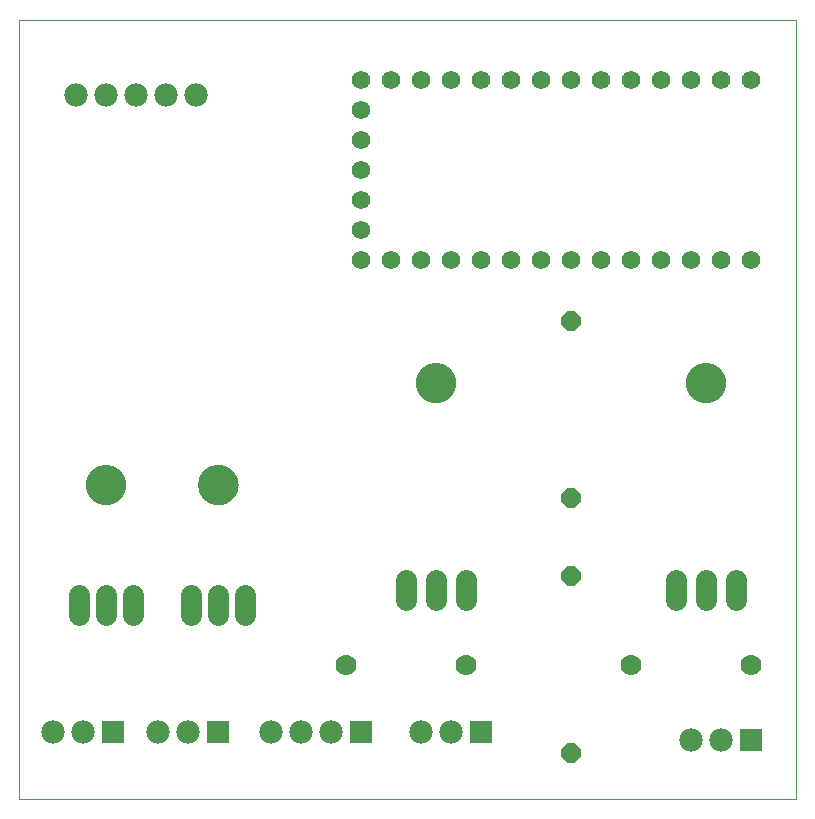
<source format=gbs>
G75*
%MOIN*%
%OFA0B0*%
%FSLAX25Y25*%
%IPPOS*%
%LPD*%
%AMOC8*
5,1,8,0,0,1.08239X$1,22.5*
%
%ADD10C,0.00000*%
%ADD11OC8,0.06400*%
%ADD12C,0.07800*%
%ADD13C,0.07000*%
%ADD14R,0.07800X0.07800*%
%ADD15C,0.07000*%
%ADD16C,0.13400*%
%ADD17C,0.06200*%
D10*
X0003099Y0001839D02*
X0261800Y0001839D01*
X0261800Y0261800D01*
X0003099Y0261800D01*
X0003099Y0001839D01*
X0025300Y0106800D02*
X0025302Y0106961D01*
X0025308Y0107121D01*
X0025318Y0107282D01*
X0025332Y0107442D01*
X0025350Y0107602D01*
X0025371Y0107761D01*
X0025397Y0107920D01*
X0025427Y0108078D01*
X0025460Y0108235D01*
X0025498Y0108392D01*
X0025539Y0108547D01*
X0025584Y0108701D01*
X0025633Y0108854D01*
X0025686Y0109006D01*
X0025742Y0109157D01*
X0025803Y0109306D01*
X0025866Y0109454D01*
X0025934Y0109600D01*
X0026005Y0109744D01*
X0026079Y0109886D01*
X0026157Y0110027D01*
X0026239Y0110165D01*
X0026324Y0110302D01*
X0026412Y0110436D01*
X0026504Y0110568D01*
X0026599Y0110698D01*
X0026697Y0110826D01*
X0026798Y0110951D01*
X0026902Y0111073D01*
X0027009Y0111193D01*
X0027119Y0111310D01*
X0027232Y0111425D01*
X0027348Y0111536D01*
X0027467Y0111645D01*
X0027588Y0111750D01*
X0027712Y0111853D01*
X0027838Y0111953D01*
X0027966Y0112049D01*
X0028097Y0112142D01*
X0028231Y0112232D01*
X0028366Y0112319D01*
X0028504Y0112402D01*
X0028643Y0112482D01*
X0028785Y0112558D01*
X0028928Y0112631D01*
X0029073Y0112700D01*
X0029220Y0112766D01*
X0029368Y0112828D01*
X0029518Y0112886D01*
X0029669Y0112941D01*
X0029822Y0112992D01*
X0029976Y0113039D01*
X0030131Y0113082D01*
X0030287Y0113121D01*
X0030443Y0113157D01*
X0030601Y0113188D01*
X0030759Y0113216D01*
X0030918Y0113240D01*
X0031078Y0113260D01*
X0031238Y0113276D01*
X0031398Y0113288D01*
X0031559Y0113296D01*
X0031720Y0113300D01*
X0031880Y0113300D01*
X0032041Y0113296D01*
X0032202Y0113288D01*
X0032362Y0113276D01*
X0032522Y0113260D01*
X0032682Y0113240D01*
X0032841Y0113216D01*
X0032999Y0113188D01*
X0033157Y0113157D01*
X0033313Y0113121D01*
X0033469Y0113082D01*
X0033624Y0113039D01*
X0033778Y0112992D01*
X0033931Y0112941D01*
X0034082Y0112886D01*
X0034232Y0112828D01*
X0034380Y0112766D01*
X0034527Y0112700D01*
X0034672Y0112631D01*
X0034815Y0112558D01*
X0034957Y0112482D01*
X0035096Y0112402D01*
X0035234Y0112319D01*
X0035369Y0112232D01*
X0035503Y0112142D01*
X0035634Y0112049D01*
X0035762Y0111953D01*
X0035888Y0111853D01*
X0036012Y0111750D01*
X0036133Y0111645D01*
X0036252Y0111536D01*
X0036368Y0111425D01*
X0036481Y0111310D01*
X0036591Y0111193D01*
X0036698Y0111073D01*
X0036802Y0110951D01*
X0036903Y0110826D01*
X0037001Y0110698D01*
X0037096Y0110568D01*
X0037188Y0110436D01*
X0037276Y0110302D01*
X0037361Y0110165D01*
X0037443Y0110027D01*
X0037521Y0109886D01*
X0037595Y0109744D01*
X0037666Y0109600D01*
X0037734Y0109454D01*
X0037797Y0109306D01*
X0037858Y0109157D01*
X0037914Y0109006D01*
X0037967Y0108854D01*
X0038016Y0108701D01*
X0038061Y0108547D01*
X0038102Y0108392D01*
X0038140Y0108235D01*
X0038173Y0108078D01*
X0038203Y0107920D01*
X0038229Y0107761D01*
X0038250Y0107602D01*
X0038268Y0107442D01*
X0038282Y0107282D01*
X0038292Y0107121D01*
X0038298Y0106961D01*
X0038300Y0106800D01*
X0038298Y0106639D01*
X0038292Y0106479D01*
X0038282Y0106318D01*
X0038268Y0106158D01*
X0038250Y0105998D01*
X0038229Y0105839D01*
X0038203Y0105680D01*
X0038173Y0105522D01*
X0038140Y0105365D01*
X0038102Y0105208D01*
X0038061Y0105053D01*
X0038016Y0104899D01*
X0037967Y0104746D01*
X0037914Y0104594D01*
X0037858Y0104443D01*
X0037797Y0104294D01*
X0037734Y0104146D01*
X0037666Y0104000D01*
X0037595Y0103856D01*
X0037521Y0103714D01*
X0037443Y0103573D01*
X0037361Y0103435D01*
X0037276Y0103298D01*
X0037188Y0103164D01*
X0037096Y0103032D01*
X0037001Y0102902D01*
X0036903Y0102774D01*
X0036802Y0102649D01*
X0036698Y0102527D01*
X0036591Y0102407D01*
X0036481Y0102290D01*
X0036368Y0102175D01*
X0036252Y0102064D01*
X0036133Y0101955D01*
X0036012Y0101850D01*
X0035888Y0101747D01*
X0035762Y0101647D01*
X0035634Y0101551D01*
X0035503Y0101458D01*
X0035369Y0101368D01*
X0035234Y0101281D01*
X0035096Y0101198D01*
X0034957Y0101118D01*
X0034815Y0101042D01*
X0034672Y0100969D01*
X0034527Y0100900D01*
X0034380Y0100834D01*
X0034232Y0100772D01*
X0034082Y0100714D01*
X0033931Y0100659D01*
X0033778Y0100608D01*
X0033624Y0100561D01*
X0033469Y0100518D01*
X0033313Y0100479D01*
X0033157Y0100443D01*
X0032999Y0100412D01*
X0032841Y0100384D01*
X0032682Y0100360D01*
X0032522Y0100340D01*
X0032362Y0100324D01*
X0032202Y0100312D01*
X0032041Y0100304D01*
X0031880Y0100300D01*
X0031720Y0100300D01*
X0031559Y0100304D01*
X0031398Y0100312D01*
X0031238Y0100324D01*
X0031078Y0100340D01*
X0030918Y0100360D01*
X0030759Y0100384D01*
X0030601Y0100412D01*
X0030443Y0100443D01*
X0030287Y0100479D01*
X0030131Y0100518D01*
X0029976Y0100561D01*
X0029822Y0100608D01*
X0029669Y0100659D01*
X0029518Y0100714D01*
X0029368Y0100772D01*
X0029220Y0100834D01*
X0029073Y0100900D01*
X0028928Y0100969D01*
X0028785Y0101042D01*
X0028643Y0101118D01*
X0028504Y0101198D01*
X0028366Y0101281D01*
X0028231Y0101368D01*
X0028097Y0101458D01*
X0027966Y0101551D01*
X0027838Y0101647D01*
X0027712Y0101747D01*
X0027588Y0101850D01*
X0027467Y0101955D01*
X0027348Y0102064D01*
X0027232Y0102175D01*
X0027119Y0102290D01*
X0027009Y0102407D01*
X0026902Y0102527D01*
X0026798Y0102649D01*
X0026697Y0102774D01*
X0026599Y0102902D01*
X0026504Y0103032D01*
X0026412Y0103164D01*
X0026324Y0103298D01*
X0026239Y0103435D01*
X0026157Y0103573D01*
X0026079Y0103714D01*
X0026005Y0103856D01*
X0025934Y0104000D01*
X0025866Y0104146D01*
X0025803Y0104294D01*
X0025742Y0104443D01*
X0025686Y0104594D01*
X0025633Y0104746D01*
X0025584Y0104899D01*
X0025539Y0105053D01*
X0025498Y0105208D01*
X0025460Y0105365D01*
X0025427Y0105522D01*
X0025397Y0105680D01*
X0025371Y0105839D01*
X0025350Y0105998D01*
X0025332Y0106158D01*
X0025318Y0106318D01*
X0025308Y0106479D01*
X0025302Y0106639D01*
X0025300Y0106800D01*
X0062800Y0106800D02*
X0062802Y0106961D01*
X0062808Y0107121D01*
X0062818Y0107282D01*
X0062832Y0107442D01*
X0062850Y0107602D01*
X0062871Y0107761D01*
X0062897Y0107920D01*
X0062927Y0108078D01*
X0062960Y0108235D01*
X0062998Y0108392D01*
X0063039Y0108547D01*
X0063084Y0108701D01*
X0063133Y0108854D01*
X0063186Y0109006D01*
X0063242Y0109157D01*
X0063303Y0109306D01*
X0063366Y0109454D01*
X0063434Y0109600D01*
X0063505Y0109744D01*
X0063579Y0109886D01*
X0063657Y0110027D01*
X0063739Y0110165D01*
X0063824Y0110302D01*
X0063912Y0110436D01*
X0064004Y0110568D01*
X0064099Y0110698D01*
X0064197Y0110826D01*
X0064298Y0110951D01*
X0064402Y0111073D01*
X0064509Y0111193D01*
X0064619Y0111310D01*
X0064732Y0111425D01*
X0064848Y0111536D01*
X0064967Y0111645D01*
X0065088Y0111750D01*
X0065212Y0111853D01*
X0065338Y0111953D01*
X0065466Y0112049D01*
X0065597Y0112142D01*
X0065731Y0112232D01*
X0065866Y0112319D01*
X0066004Y0112402D01*
X0066143Y0112482D01*
X0066285Y0112558D01*
X0066428Y0112631D01*
X0066573Y0112700D01*
X0066720Y0112766D01*
X0066868Y0112828D01*
X0067018Y0112886D01*
X0067169Y0112941D01*
X0067322Y0112992D01*
X0067476Y0113039D01*
X0067631Y0113082D01*
X0067787Y0113121D01*
X0067943Y0113157D01*
X0068101Y0113188D01*
X0068259Y0113216D01*
X0068418Y0113240D01*
X0068578Y0113260D01*
X0068738Y0113276D01*
X0068898Y0113288D01*
X0069059Y0113296D01*
X0069220Y0113300D01*
X0069380Y0113300D01*
X0069541Y0113296D01*
X0069702Y0113288D01*
X0069862Y0113276D01*
X0070022Y0113260D01*
X0070182Y0113240D01*
X0070341Y0113216D01*
X0070499Y0113188D01*
X0070657Y0113157D01*
X0070813Y0113121D01*
X0070969Y0113082D01*
X0071124Y0113039D01*
X0071278Y0112992D01*
X0071431Y0112941D01*
X0071582Y0112886D01*
X0071732Y0112828D01*
X0071880Y0112766D01*
X0072027Y0112700D01*
X0072172Y0112631D01*
X0072315Y0112558D01*
X0072457Y0112482D01*
X0072596Y0112402D01*
X0072734Y0112319D01*
X0072869Y0112232D01*
X0073003Y0112142D01*
X0073134Y0112049D01*
X0073262Y0111953D01*
X0073388Y0111853D01*
X0073512Y0111750D01*
X0073633Y0111645D01*
X0073752Y0111536D01*
X0073868Y0111425D01*
X0073981Y0111310D01*
X0074091Y0111193D01*
X0074198Y0111073D01*
X0074302Y0110951D01*
X0074403Y0110826D01*
X0074501Y0110698D01*
X0074596Y0110568D01*
X0074688Y0110436D01*
X0074776Y0110302D01*
X0074861Y0110165D01*
X0074943Y0110027D01*
X0075021Y0109886D01*
X0075095Y0109744D01*
X0075166Y0109600D01*
X0075234Y0109454D01*
X0075297Y0109306D01*
X0075358Y0109157D01*
X0075414Y0109006D01*
X0075467Y0108854D01*
X0075516Y0108701D01*
X0075561Y0108547D01*
X0075602Y0108392D01*
X0075640Y0108235D01*
X0075673Y0108078D01*
X0075703Y0107920D01*
X0075729Y0107761D01*
X0075750Y0107602D01*
X0075768Y0107442D01*
X0075782Y0107282D01*
X0075792Y0107121D01*
X0075798Y0106961D01*
X0075800Y0106800D01*
X0075798Y0106639D01*
X0075792Y0106479D01*
X0075782Y0106318D01*
X0075768Y0106158D01*
X0075750Y0105998D01*
X0075729Y0105839D01*
X0075703Y0105680D01*
X0075673Y0105522D01*
X0075640Y0105365D01*
X0075602Y0105208D01*
X0075561Y0105053D01*
X0075516Y0104899D01*
X0075467Y0104746D01*
X0075414Y0104594D01*
X0075358Y0104443D01*
X0075297Y0104294D01*
X0075234Y0104146D01*
X0075166Y0104000D01*
X0075095Y0103856D01*
X0075021Y0103714D01*
X0074943Y0103573D01*
X0074861Y0103435D01*
X0074776Y0103298D01*
X0074688Y0103164D01*
X0074596Y0103032D01*
X0074501Y0102902D01*
X0074403Y0102774D01*
X0074302Y0102649D01*
X0074198Y0102527D01*
X0074091Y0102407D01*
X0073981Y0102290D01*
X0073868Y0102175D01*
X0073752Y0102064D01*
X0073633Y0101955D01*
X0073512Y0101850D01*
X0073388Y0101747D01*
X0073262Y0101647D01*
X0073134Y0101551D01*
X0073003Y0101458D01*
X0072869Y0101368D01*
X0072734Y0101281D01*
X0072596Y0101198D01*
X0072457Y0101118D01*
X0072315Y0101042D01*
X0072172Y0100969D01*
X0072027Y0100900D01*
X0071880Y0100834D01*
X0071732Y0100772D01*
X0071582Y0100714D01*
X0071431Y0100659D01*
X0071278Y0100608D01*
X0071124Y0100561D01*
X0070969Y0100518D01*
X0070813Y0100479D01*
X0070657Y0100443D01*
X0070499Y0100412D01*
X0070341Y0100384D01*
X0070182Y0100360D01*
X0070022Y0100340D01*
X0069862Y0100324D01*
X0069702Y0100312D01*
X0069541Y0100304D01*
X0069380Y0100300D01*
X0069220Y0100300D01*
X0069059Y0100304D01*
X0068898Y0100312D01*
X0068738Y0100324D01*
X0068578Y0100340D01*
X0068418Y0100360D01*
X0068259Y0100384D01*
X0068101Y0100412D01*
X0067943Y0100443D01*
X0067787Y0100479D01*
X0067631Y0100518D01*
X0067476Y0100561D01*
X0067322Y0100608D01*
X0067169Y0100659D01*
X0067018Y0100714D01*
X0066868Y0100772D01*
X0066720Y0100834D01*
X0066573Y0100900D01*
X0066428Y0100969D01*
X0066285Y0101042D01*
X0066143Y0101118D01*
X0066004Y0101198D01*
X0065866Y0101281D01*
X0065731Y0101368D01*
X0065597Y0101458D01*
X0065466Y0101551D01*
X0065338Y0101647D01*
X0065212Y0101747D01*
X0065088Y0101850D01*
X0064967Y0101955D01*
X0064848Y0102064D01*
X0064732Y0102175D01*
X0064619Y0102290D01*
X0064509Y0102407D01*
X0064402Y0102527D01*
X0064298Y0102649D01*
X0064197Y0102774D01*
X0064099Y0102902D01*
X0064004Y0103032D01*
X0063912Y0103164D01*
X0063824Y0103298D01*
X0063739Y0103435D01*
X0063657Y0103573D01*
X0063579Y0103714D01*
X0063505Y0103856D01*
X0063434Y0104000D01*
X0063366Y0104146D01*
X0063303Y0104294D01*
X0063242Y0104443D01*
X0063186Y0104594D01*
X0063133Y0104746D01*
X0063084Y0104899D01*
X0063039Y0105053D01*
X0062998Y0105208D01*
X0062960Y0105365D01*
X0062927Y0105522D01*
X0062897Y0105680D01*
X0062871Y0105839D01*
X0062850Y0105998D01*
X0062832Y0106158D01*
X0062818Y0106318D01*
X0062808Y0106479D01*
X0062802Y0106639D01*
X0062800Y0106800D01*
X0135300Y0140800D02*
X0135302Y0140961D01*
X0135308Y0141121D01*
X0135318Y0141282D01*
X0135332Y0141442D01*
X0135350Y0141602D01*
X0135371Y0141761D01*
X0135397Y0141920D01*
X0135427Y0142078D01*
X0135460Y0142235D01*
X0135498Y0142392D01*
X0135539Y0142547D01*
X0135584Y0142701D01*
X0135633Y0142854D01*
X0135686Y0143006D01*
X0135742Y0143157D01*
X0135803Y0143306D01*
X0135866Y0143454D01*
X0135934Y0143600D01*
X0136005Y0143744D01*
X0136079Y0143886D01*
X0136157Y0144027D01*
X0136239Y0144165D01*
X0136324Y0144302D01*
X0136412Y0144436D01*
X0136504Y0144568D01*
X0136599Y0144698D01*
X0136697Y0144826D01*
X0136798Y0144951D01*
X0136902Y0145073D01*
X0137009Y0145193D01*
X0137119Y0145310D01*
X0137232Y0145425D01*
X0137348Y0145536D01*
X0137467Y0145645D01*
X0137588Y0145750D01*
X0137712Y0145853D01*
X0137838Y0145953D01*
X0137966Y0146049D01*
X0138097Y0146142D01*
X0138231Y0146232D01*
X0138366Y0146319D01*
X0138504Y0146402D01*
X0138643Y0146482D01*
X0138785Y0146558D01*
X0138928Y0146631D01*
X0139073Y0146700D01*
X0139220Y0146766D01*
X0139368Y0146828D01*
X0139518Y0146886D01*
X0139669Y0146941D01*
X0139822Y0146992D01*
X0139976Y0147039D01*
X0140131Y0147082D01*
X0140287Y0147121D01*
X0140443Y0147157D01*
X0140601Y0147188D01*
X0140759Y0147216D01*
X0140918Y0147240D01*
X0141078Y0147260D01*
X0141238Y0147276D01*
X0141398Y0147288D01*
X0141559Y0147296D01*
X0141720Y0147300D01*
X0141880Y0147300D01*
X0142041Y0147296D01*
X0142202Y0147288D01*
X0142362Y0147276D01*
X0142522Y0147260D01*
X0142682Y0147240D01*
X0142841Y0147216D01*
X0142999Y0147188D01*
X0143157Y0147157D01*
X0143313Y0147121D01*
X0143469Y0147082D01*
X0143624Y0147039D01*
X0143778Y0146992D01*
X0143931Y0146941D01*
X0144082Y0146886D01*
X0144232Y0146828D01*
X0144380Y0146766D01*
X0144527Y0146700D01*
X0144672Y0146631D01*
X0144815Y0146558D01*
X0144957Y0146482D01*
X0145096Y0146402D01*
X0145234Y0146319D01*
X0145369Y0146232D01*
X0145503Y0146142D01*
X0145634Y0146049D01*
X0145762Y0145953D01*
X0145888Y0145853D01*
X0146012Y0145750D01*
X0146133Y0145645D01*
X0146252Y0145536D01*
X0146368Y0145425D01*
X0146481Y0145310D01*
X0146591Y0145193D01*
X0146698Y0145073D01*
X0146802Y0144951D01*
X0146903Y0144826D01*
X0147001Y0144698D01*
X0147096Y0144568D01*
X0147188Y0144436D01*
X0147276Y0144302D01*
X0147361Y0144165D01*
X0147443Y0144027D01*
X0147521Y0143886D01*
X0147595Y0143744D01*
X0147666Y0143600D01*
X0147734Y0143454D01*
X0147797Y0143306D01*
X0147858Y0143157D01*
X0147914Y0143006D01*
X0147967Y0142854D01*
X0148016Y0142701D01*
X0148061Y0142547D01*
X0148102Y0142392D01*
X0148140Y0142235D01*
X0148173Y0142078D01*
X0148203Y0141920D01*
X0148229Y0141761D01*
X0148250Y0141602D01*
X0148268Y0141442D01*
X0148282Y0141282D01*
X0148292Y0141121D01*
X0148298Y0140961D01*
X0148300Y0140800D01*
X0148298Y0140639D01*
X0148292Y0140479D01*
X0148282Y0140318D01*
X0148268Y0140158D01*
X0148250Y0139998D01*
X0148229Y0139839D01*
X0148203Y0139680D01*
X0148173Y0139522D01*
X0148140Y0139365D01*
X0148102Y0139208D01*
X0148061Y0139053D01*
X0148016Y0138899D01*
X0147967Y0138746D01*
X0147914Y0138594D01*
X0147858Y0138443D01*
X0147797Y0138294D01*
X0147734Y0138146D01*
X0147666Y0138000D01*
X0147595Y0137856D01*
X0147521Y0137714D01*
X0147443Y0137573D01*
X0147361Y0137435D01*
X0147276Y0137298D01*
X0147188Y0137164D01*
X0147096Y0137032D01*
X0147001Y0136902D01*
X0146903Y0136774D01*
X0146802Y0136649D01*
X0146698Y0136527D01*
X0146591Y0136407D01*
X0146481Y0136290D01*
X0146368Y0136175D01*
X0146252Y0136064D01*
X0146133Y0135955D01*
X0146012Y0135850D01*
X0145888Y0135747D01*
X0145762Y0135647D01*
X0145634Y0135551D01*
X0145503Y0135458D01*
X0145369Y0135368D01*
X0145234Y0135281D01*
X0145096Y0135198D01*
X0144957Y0135118D01*
X0144815Y0135042D01*
X0144672Y0134969D01*
X0144527Y0134900D01*
X0144380Y0134834D01*
X0144232Y0134772D01*
X0144082Y0134714D01*
X0143931Y0134659D01*
X0143778Y0134608D01*
X0143624Y0134561D01*
X0143469Y0134518D01*
X0143313Y0134479D01*
X0143157Y0134443D01*
X0142999Y0134412D01*
X0142841Y0134384D01*
X0142682Y0134360D01*
X0142522Y0134340D01*
X0142362Y0134324D01*
X0142202Y0134312D01*
X0142041Y0134304D01*
X0141880Y0134300D01*
X0141720Y0134300D01*
X0141559Y0134304D01*
X0141398Y0134312D01*
X0141238Y0134324D01*
X0141078Y0134340D01*
X0140918Y0134360D01*
X0140759Y0134384D01*
X0140601Y0134412D01*
X0140443Y0134443D01*
X0140287Y0134479D01*
X0140131Y0134518D01*
X0139976Y0134561D01*
X0139822Y0134608D01*
X0139669Y0134659D01*
X0139518Y0134714D01*
X0139368Y0134772D01*
X0139220Y0134834D01*
X0139073Y0134900D01*
X0138928Y0134969D01*
X0138785Y0135042D01*
X0138643Y0135118D01*
X0138504Y0135198D01*
X0138366Y0135281D01*
X0138231Y0135368D01*
X0138097Y0135458D01*
X0137966Y0135551D01*
X0137838Y0135647D01*
X0137712Y0135747D01*
X0137588Y0135850D01*
X0137467Y0135955D01*
X0137348Y0136064D01*
X0137232Y0136175D01*
X0137119Y0136290D01*
X0137009Y0136407D01*
X0136902Y0136527D01*
X0136798Y0136649D01*
X0136697Y0136774D01*
X0136599Y0136902D01*
X0136504Y0137032D01*
X0136412Y0137164D01*
X0136324Y0137298D01*
X0136239Y0137435D01*
X0136157Y0137573D01*
X0136079Y0137714D01*
X0136005Y0137856D01*
X0135934Y0138000D01*
X0135866Y0138146D01*
X0135803Y0138294D01*
X0135742Y0138443D01*
X0135686Y0138594D01*
X0135633Y0138746D01*
X0135584Y0138899D01*
X0135539Y0139053D01*
X0135498Y0139208D01*
X0135460Y0139365D01*
X0135427Y0139522D01*
X0135397Y0139680D01*
X0135371Y0139839D01*
X0135350Y0139998D01*
X0135332Y0140158D01*
X0135318Y0140318D01*
X0135308Y0140479D01*
X0135302Y0140639D01*
X0135300Y0140800D01*
X0225300Y0140800D02*
X0225302Y0140961D01*
X0225308Y0141121D01*
X0225318Y0141282D01*
X0225332Y0141442D01*
X0225350Y0141602D01*
X0225371Y0141761D01*
X0225397Y0141920D01*
X0225427Y0142078D01*
X0225460Y0142235D01*
X0225498Y0142392D01*
X0225539Y0142547D01*
X0225584Y0142701D01*
X0225633Y0142854D01*
X0225686Y0143006D01*
X0225742Y0143157D01*
X0225803Y0143306D01*
X0225866Y0143454D01*
X0225934Y0143600D01*
X0226005Y0143744D01*
X0226079Y0143886D01*
X0226157Y0144027D01*
X0226239Y0144165D01*
X0226324Y0144302D01*
X0226412Y0144436D01*
X0226504Y0144568D01*
X0226599Y0144698D01*
X0226697Y0144826D01*
X0226798Y0144951D01*
X0226902Y0145073D01*
X0227009Y0145193D01*
X0227119Y0145310D01*
X0227232Y0145425D01*
X0227348Y0145536D01*
X0227467Y0145645D01*
X0227588Y0145750D01*
X0227712Y0145853D01*
X0227838Y0145953D01*
X0227966Y0146049D01*
X0228097Y0146142D01*
X0228231Y0146232D01*
X0228366Y0146319D01*
X0228504Y0146402D01*
X0228643Y0146482D01*
X0228785Y0146558D01*
X0228928Y0146631D01*
X0229073Y0146700D01*
X0229220Y0146766D01*
X0229368Y0146828D01*
X0229518Y0146886D01*
X0229669Y0146941D01*
X0229822Y0146992D01*
X0229976Y0147039D01*
X0230131Y0147082D01*
X0230287Y0147121D01*
X0230443Y0147157D01*
X0230601Y0147188D01*
X0230759Y0147216D01*
X0230918Y0147240D01*
X0231078Y0147260D01*
X0231238Y0147276D01*
X0231398Y0147288D01*
X0231559Y0147296D01*
X0231720Y0147300D01*
X0231880Y0147300D01*
X0232041Y0147296D01*
X0232202Y0147288D01*
X0232362Y0147276D01*
X0232522Y0147260D01*
X0232682Y0147240D01*
X0232841Y0147216D01*
X0232999Y0147188D01*
X0233157Y0147157D01*
X0233313Y0147121D01*
X0233469Y0147082D01*
X0233624Y0147039D01*
X0233778Y0146992D01*
X0233931Y0146941D01*
X0234082Y0146886D01*
X0234232Y0146828D01*
X0234380Y0146766D01*
X0234527Y0146700D01*
X0234672Y0146631D01*
X0234815Y0146558D01*
X0234957Y0146482D01*
X0235096Y0146402D01*
X0235234Y0146319D01*
X0235369Y0146232D01*
X0235503Y0146142D01*
X0235634Y0146049D01*
X0235762Y0145953D01*
X0235888Y0145853D01*
X0236012Y0145750D01*
X0236133Y0145645D01*
X0236252Y0145536D01*
X0236368Y0145425D01*
X0236481Y0145310D01*
X0236591Y0145193D01*
X0236698Y0145073D01*
X0236802Y0144951D01*
X0236903Y0144826D01*
X0237001Y0144698D01*
X0237096Y0144568D01*
X0237188Y0144436D01*
X0237276Y0144302D01*
X0237361Y0144165D01*
X0237443Y0144027D01*
X0237521Y0143886D01*
X0237595Y0143744D01*
X0237666Y0143600D01*
X0237734Y0143454D01*
X0237797Y0143306D01*
X0237858Y0143157D01*
X0237914Y0143006D01*
X0237967Y0142854D01*
X0238016Y0142701D01*
X0238061Y0142547D01*
X0238102Y0142392D01*
X0238140Y0142235D01*
X0238173Y0142078D01*
X0238203Y0141920D01*
X0238229Y0141761D01*
X0238250Y0141602D01*
X0238268Y0141442D01*
X0238282Y0141282D01*
X0238292Y0141121D01*
X0238298Y0140961D01*
X0238300Y0140800D01*
X0238298Y0140639D01*
X0238292Y0140479D01*
X0238282Y0140318D01*
X0238268Y0140158D01*
X0238250Y0139998D01*
X0238229Y0139839D01*
X0238203Y0139680D01*
X0238173Y0139522D01*
X0238140Y0139365D01*
X0238102Y0139208D01*
X0238061Y0139053D01*
X0238016Y0138899D01*
X0237967Y0138746D01*
X0237914Y0138594D01*
X0237858Y0138443D01*
X0237797Y0138294D01*
X0237734Y0138146D01*
X0237666Y0138000D01*
X0237595Y0137856D01*
X0237521Y0137714D01*
X0237443Y0137573D01*
X0237361Y0137435D01*
X0237276Y0137298D01*
X0237188Y0137164D01*
X0237096Y0137032D01*
X0237001Y0136902D01*
X0236903Y0136774D01*
X0236802Y0136649D01*
X0236698Y0136527D01*
X0236591Y0136407D01*
X0236481Y0136290D01*
X0236368Y0136175D01*
X0236252Y0136064D01*
X0236133Y0135955D01*
X0236012Y0135850D01*
X0235888Y0135747D01*
X0235762Y0135647D01*
X0235634Y0135551D01*
X0235503Y0135458D01*
X0235369Y0135368D01*
X0235234Y0135281D01*
X0235096Y0135198D01*
X0234957Y0135118D01*
X0234815Y0135042D01*
X0234672Y0134969D01*
X0234527Y0134900D01*
X0234380Y0134834D01*
X0234232Y0134772D01*
X0234082Y0134714D01*
X0233931Y0134659D01*
X0233778Y0134608D01*
X0233624Y0134561D01*
X0233469Y0134518D01*
X0233313Y0134479D01*
X0233157Y0134443D01*
X0232999Y0134412D01*
X0232841Y0134384D01*
X0232682Y0134360D01*
X0232522Y0134340D01*
X0232362Y0134324D01*
X0232202Y0134312D01*
X0232041Y0134304D01*
X0231880Y0134300D01*
X0231720Y0134300D01*
X0231559Y0134304D01*
X0231398Y0134312D01*
X0231238Y0134324D01*
X0231078Y0134340D01*
X0230918Y0134360D01*
X0230759Y0134384D01*
X0230601Y0134412D01*
X0230443Y0134443D01*
X0230287Y0134479D01*
X0230131Y0134518D01*
X0229976Y0134561D01*
X0229822Y0134608D01*
X0229669Y0134659D01*
X0229518Y0134714D01*
X0229368Y0134772D01*
X0229220Y0134834D01*
X0229073Y0134900D01*
X0228928Y0134969D01*
X0228785Y0135042D01*
X0228643Y0135118D01*
X0228504Y0135198D01*
X0228366Y0135281D01*
X0228231Y0135368D01*
X0228097Y0135458D01*
X0227966Y0135551D01*
X0227838Y0135647D01*
X0227712Y0135747D01*
X0227588Y0135850D01*
X0227467Y0135955D01*
X0227348Y0136064D01*
X0227232Y0136175D01*
X0227119Y0136290D01*
X0227009Y0136407D01*
X0226902Y0136527D01*
X0226798Y0136649D01*
X0226697Y0136774D01*
X0226599Y0136902D01*
X0226504Y0137032D01*
X0226412Y0137164D01*
X0226324Y0137298D01*
X0226239Y0137435D01*
X0226157Y0137573D01*
X0226079Y0137714D01*
X0226005Y0137856D01*
X0225934Y0138000D01*
X0225866Y0138146D01*
X0225803Y0138294D01*
X0225742Y0138443D01*
X0225686Y0138594D01*
X0225633Y0138746D01*
X0225584Y0138899D01*
X0225539Y0139053D01*
X0225498Y0139208D01*
X0225460Y0139365D01*
X0225427Y0139522D01*
X0225397Y0139680D01*
X0225371Y0139839D01*
X0225350Y0139998D01*
X0225332Y0140158D01*
X0225318Y0140318D01*
X0225308Y0140479D01*
X0225302Y0140639D01*
X0225300Y0140800D01*
D11*
X0186800Y0161300D03*
X0186800Y0102300D03*
X0186800Y0076300D03*
X0186800Y0017300D03*
D12*
X0146800Y0024300D03*
X0136800Y0024300D03*
X0106800Y0024300D03*
X0096800Y0024300D03*
X0086800Y0024300D03*
X0059300Y0024300D03*
X0049300Y0024300D03*
X0024300Y0024300D03*
X0014300Y0024300D03*
X0021800Y0236800D03*
X0031800Y0236800D03*
X0041800Y0236800D03*
X0051800Y0236800D03*
X0061800Y0236800D03*
X0226800Y0021800D03*
X0236800Y0021800D03*
D13*
X0246800Y0046800D03*
X0206800Y0046800D03*
X0151800Y0046800D03*
X0111800Y0046800D03*
D14*
X0116800Y0024300D03*
X0156800Y0024300D03*
X0069300Y0024300D03*
X0034300Y0024300D03*
X0246800Y0021800D03*
D15*
X0241800Y0068500D02*
X0241800Y0075100D01*
X0231800Y0075100D02*
X0231800Y0068500D01*
X0221800Y0068500D02*
X0221800Y0075100D01*
X0151800Y0075100D02*
X0151800Y0068500D01*
X0141800Y0068500D02*
X0141800Y0075100D01*
X0131800Y0075100D02*
X0131800Y0068500D01*
X0078300Y0070100D02*
X0078300Y0063500D01*
X0069300Y0063500D02*
X0069300Y0070100D01*
X0060300Y0070100D02*
X0060300Y0063500D01*
X0040800Y0063500D02*
X0040800Y0070100D01*
X0031800Y0070100D02*
X0031800Y0063500D01*
X0022800Y0063500D02*
X0022800Y0070100D01*
D16*
X0031800Y0106800D03*
X0069300Y0106800D03*
X0141800Y0140800D03*
X0231800Y0140800D03*
D17*
X0226800Y0181800D03*
X0236800Y0181800D03*
X0246800Y0181800D03*
X0216800Y0181800D03*
X0206800Y0181800D03*
X0196800Y0181800D03*
X0186800Y0181800D03*
X0176800Y0181800D03*
X0166800Y0181800D03*
X0156800Y0181800D03*
X0146800Y0181800D03*
X0136800Y0181800D03*
X0126800Y0181800D03*
X0116800Y0181800D03*
X0116800Y0191800D03*
X0116800Y0201800D03*
X0116800Y0211800D03*
X0116800Y0221800D03*
X0116800Y0231800D03*
X0116800Y0241800D03*
X0126800Y0241800D03*
X0136800Y0241800D03*
X0146800Y0241800D03*
X0156800Y0241800D03*
X0166800Y0241800D03*
X0176800Y0241800D03*
X0186800Y0241800D03*
X0196800Y0241800D03*
X0206800Y0241800D03*
X0216800Y0241800D03*
X0226800Y0241800D03*
X0236800Y0241800D03*
X0246800Y0241800D03*
M02*

</source>
